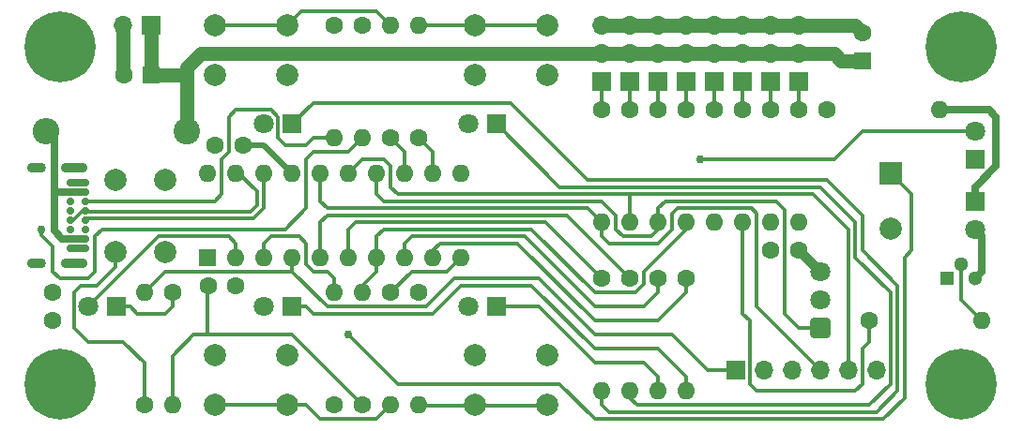
<source format=gbr>
%TF.GenerationSoftware,KiCad,Pcbnew,7.0.2-0*%
%TF.CreationDate,2023-04-26T13:01:35-04:00*%
%TF.ProjectId,UBMP430,55424d50-3433-4302-9e6b-696361645f70,3*%
%TF.SameCoordinates,Original*%
%TF.FileFunction,Copper,L2,Bot*%
%TF.FilePolarity,Positive*%
%FSLAX46Y46*%
G04 Gerber Fmt 4.6, Leading zero omitted, Abs format (unit mm)*
G04 Created by KiCad (PCBNEW 7.0.2-0) date 2023-04-26 13:01:35*
%MOMM*%
%LPD*%
G01*
G04 APERTURE LIST*
G04 Aperture macros list*
%AMRoundRect*
0 Rectangle with rounded corners*
0 $1 Rounding radius*
0 $2 $3 $4 $5 $6 $7 $8 $9 X,Y pos of 4 corners*
0 Add a 4 corners polygon primitive as box body*
4,1,4,$2,$3,$4,$5,$6,$7,$8,$9,$2,$3,0*
0 Add four circle primitives for the rounded corners*
1,1,$1+$1,$2,$3*
1,1,$1+$1,$4,$5*
1,1,$1+$1,$6,$7*
1,1,$1+$1,$8,$9*
0 Add four rect primitives between the rounded corners*
20,1,$1+$1,$2,$3,$4,$5,0*
20,1,$1+$1,$4,$5,$6,$7,0*
20,1,$1+$1,$6,$7,$8,$9,0*
20,1,$1+$1,$8,$9,$2,$3,0*%
G04 Aperture macros list end*
%TA.AperFunction,ComponentPad*%
%ADD10C,1.800000*%
%TD*%
%TA.AperFunction,ComponentPad*%
%ADD11R,1.800000X1.800000*%
%TD*%
%TA.AperFunction,ComponentPad*%
%ADD12R,1.600000X1.600000*%
%TD*%
%TA.AperFunction,ComponentPad*%
%ADD13C,1.600000*%
%TD*%
%TA.AperFunction,ComponentPad*%
%ADD14C,2.400000*%
%TD*%
%TA.AperFunction,ComponentPad*%
%ADD15O,2.400000X2.400000*%
%TD*%
%TA.AperFunction,ComponentPad*%
%ADD16C,6.400000*%
%TD*%
%TA.AperFunction,ComponentPad*%
%ADD17O,1.600000X1.600000*%
%TD*%
%TA.AperFunction,ComponentPad*%
%ADD18C,2.000000*%
%TD*%
%TA.AperFunction,ComponentPad*%
%ADD19R,1.700000X1.700000*%
%TD*%
%TA.AperFunction,ComponentPad*%
%ADD20O,1.700000X1.700000*%
%TD*%
%TA.AperFunction,ComponentPad*%
%ADD21R,1.300000X1.300000*%
%TD*%
%TA.AperFunction,ComponentPad*%
%ADD22C,1.300000*%
%TD*%
%TA.AperFunction,ComponentPad*%
%ADD23C,0.700000*%
%TD*%
%TA.AperFunction,ComponentPad*%
%ADD24O,2.400000X0.900000*%
%TD*%
%TA.AperFunction,ComponentPad*%
%ADD25O,1.700000X0.900000*%
%TD*%
%TA.AperFunction,ComponentPad*%
%ADD26R,2.000000X2.000000*%
%TD*%
%TA.AperFunction,ComponentPad*%
%ADD27RoundRect,0.250200X0.649800X-0.649800X0.649800X0.649800X-0.649800X0.649800X-0.649800X-0.649800X0*%
%TD*%
%TA.AperFunction,ViaPad*%
%ADD28C,0.762000*%
%TD*%
%TA.AperFunction,Conductor*%
%ADD29C,0.635000*%
%TD*%
%TA.AperFunction,Conductor*%
%ADD30C,1.270000*%
%TD*%
%TA.AperFunction,Conductor*%
%ADD31C,0.304800*%
%TD*%
%TA.AperFunction,Conductor*%
%ADD32C,0.889000*%
%TD*%
%TA.AperFunction,Conductor*%
%ADD33C,0.508000*%
%TD*%
G04 APERTURE END LIST*
D10*
%TO.P,Q1,1,C*%
%TO.N,Net-(Q1-C)*%
X187960000Y-93980000D03*
D11*
%TO.P,Q1,2,E*%
%TO.N,GND*%
X187960000Y-96520000D03*
%TD*%
D12*
%TO.P,C1,1*%
%TO.N,+5V*%
X113665000Y-88900000D03*
D13*
%TO.P,C1,2*%
%TO.N,GND*%
X111165000Y-88900000D03*
%TD*%
%TO.P,C4,1*%
%TO.N,GND*%
X104775000Y-111105000D03*
%TO.P,C4,2*%
%TO.N,Net-(J1-SHIELD)*%
X104775000Y-108605000D03*
%TD*%
D10*
%TO.P,D1,1,K*%
%TO.N,Net-(D1-K)*%
X107945000Y-109855000D03*
D11*
%TO.P,D1,2,A*%
%TO.N,Net-(D1-A)*%
X110485000Y-109855000D03*
%TD*%
D10*
%TO.P,D4,1,K*%
%TO.N,GND*%
X142240000Y-109855000D03*
D11*
%TO.P,D4,2,A*%
%TO.N,Net-(D4-A)*%
X144780000Y-109855000D03*
%TD*%
D14*
%TO.P,FB1,1*%
%TO.N,+5V*%
X116840000Y-93980000D03*
D15*
%TO.P,FB1,2*%
%TO.N,Net-(#FLG0103-pwr)*%
X104140000Y-93980000D03*
%TD*%
D16*
%TO.P,MH1,1*%
%TO.N,N/C*%
X105410000Y-86360000D03*
%TD*%
D13*
%TO.P,R6,1*%
%TO.N,Net-(U1-RB7{slash}TX{slash}CK)*%
X135255000Y-108585000D03*
D17*
%TO.P,R6,2*%
%TO.N,Net-(R6-Pad2)*%
X135255000Y-118745000D03*
%TD*%
D13*
%TO.P,R20,1*%
%TO.N,+5V*%
X132715000Y-118745000D03*
D17*
%TO.P,R20,2*%
%TO.N,Net-(Q1-C)*%
X132715000Y-108585000D03*
%TD*%
D18*
%TO.P,SW4,1,1*%
%TO.N,GND*%
X142875000Y-114245000D03*
X149375000Y-114245000D03*
%TO.P,SW4,2,2*%
%TO.N,Net-(R5-Pad2)*%
X142875000Y-118745000D03*
X149375000Y-118745000D03*
%TD*%
D13*
%TO.P,C2,1*%
%TO.N,+5V*%
X118765000Y-107950000D03*
%TO.P,C2,2*%
%TO.N,GND*%
X121265000Y-107950000D03*
%TD*%
%TO.P,C3,1*%
%TO.N,Net-(U1-Vusb3v3)*%
X121900000Y-95250000D03*
%TO.P,C3,2*%
%TO.N,GND*%
X119400000Y-95250000D03*
%TD*%
D10*
%TO.P,D3,1,K*%
%TO.N,GND*%
X142240000Y-93345000D03*
D11*
%TO.P,D3,2,A*%
%TO.N,Net-(D3-A)*%
X144780000Y-93345000D03*
%TD*%
D18*
%TO.P,SW3,1,1*%
%TO.N,GND*%
X149375000Y-88955000D03*
X142875000Y-88955000D03*
%TO.P,SW3,2,2*%
%TO.N,Net-(R4-Pad2)*%
X149375000Y-84455000D03*
X142875000Y-84455000D03*
%TD*%
D13*
%TO.P,R5,1*%
%TO.N,Net-(U1-RB6{slash}SCL{slash}SCK)*%
X137795000Y-108585000D03*
D17*
%TO.P,R5,2*%
%TO.N,Net-(R5-Pad2)*%
X137795000Y-118745000D03*
%TD*%
D16*
%TO.P,MH4,1*%
%TO.N,N/C*%
X105410000Y-116840000D03*
%TD*%
D18*
%TO.P,SW5,1,1*%
%TO.N,GND*%
X119380000Y-114245000D03*
X125880000Y-114245000D03*
%TO.P,SW5,2,2*%
%TO.N,Net-(R6-Pad2)*%
X119380000Y-118745000D03*
X125880000Y-118745000D03*
%TD*%
D13*
%TO.P,R19,1*%
%TO.N,GND*%
X130175000Y-118745000D03*
D17*
%TO.P,R19,2*%
%TO.N,Net-(U1-RA4{slash}AN3{slash}SOSCO{slash}T1G{slash}OSC2{slash}CLKOUT{slash}CLKR)*%
X130175000Y-108585000D03*
%TD*%
D13*
%TO.P,R2,1*%
%TO.N,Net-(D1-A)*%
X115570000Y-108585000D03*
D17*
%TO.P,R2,2*%
%TO.N,+5V*%
X115570000Y-118745000D03*
%TD*%
D12*
%TO.P,U1,1,VDD*%
%TO.N,+5V*%
X118745000Y-105410000D03*
D17*
%TO.P,U1,2,RA5/SOSCI/T1CKI/OSC1/CLKIN*%
%TO.N,Net-(D1-K)*%
X121285000Y-105410000D03*
%TO.P,U1,3,RA4/AN3/SOSCO/T1G/OSC2/CLKOUT/CLKR*%
%TO.N,Net-(U1-RA4{slash}AN3{slash}SOSCO{slash}T1G{slash}OSC2{slash}CLKOUT{slash}CLKR)*%
X123825000Y-105410000D03*
%TO.P,U1,4,RA3/T1G/~{SS}/~{MCLR}/Vpp*%
%TO.N,/Vpp*%
X126365000Y-105410000D03*
%TO.P,U1,5,PWM1/CWG1A/T0CKI/RC5*%
%TO.N,Net-(U1-PWM1{slash}CWG1A{slash}T0CKI{slash}RC5)*%
X128905000Y-105410000D03*
%TO.P,U1,6,CWG1B/C1OUT/C2OUT/RC4*%
%TO.N,Net-(U1-CWG1B{slash}C1OUT{slash}C2OUT{slash}RC4)*%
X131445000Y-105410000D03*
%TO.P,U1,7,CLKR/C1IN3-/C2IN3-/DACOUT2/AN7/RC3*%
%TO.N,Net-(Q1-C)*%
X133985000Y-105410000D03*
%TO.P,U1,8,~{SS}/PWM2/AN8/RC6*%
%TO.N,Net-(U1-~{SS}{slash}PWM2{slash}AN8{slash}RC6)*%
X136525000Y-105410000D03*
%TO.P,U1,9,SDO/AN9/RC7*%
%TO.N,Net-(U1-SDO{slash}AN9{slash}RC7)*%
X139065000Y-105410000D03*
%TO.P,U1,10,RB7/TX/CK*%
%TO.N,Net-(U1-RB7{slash}TX{slash}CK)*%
X141605000Y-105410000D03*
%TO.P,U1,11,RB6/SCL/SCK*%
%TO.N,Net-(U1-RB6{slash}SCL{slash}SCK)*%
X141605000Y-97790000D03*
%TO.P,U1,12,RB5/AN11/RX/DX*%
%TO.N,Net-(U1-RB5{slash}AN11{slash}RX{slash}DX)*%
X139065000Y-97790000D03*
%TO.P,U1,13,RB4/AN10/SDA/SDI*%
%TO.N,Net-(U1-RB4{slash}AN10{slash}SDA{slash}SDI)*%
X136525000Y-97790000D03*
%TO.P,U1,14,C2IN2-/C1IN2-/DACOUT1/AN6/RC2*%
%TO.N,Net-(U1-C2IN2-{slash}C1IN2-{slash}DACOUT1{slash}AN6{slash}RC2)*%
X133985000Y-97790000D03*
%TO.P,U1,15,ICSPCLK/~{CWGFLT}/C2IN-/C1IN-/AN5/RC1*%
%TO.N,Net-(H9-PGC{slash}ICSPCLK)*%
X131445000Y-97790000D03*
%TO.P,U1,16,ICSPDAT/C2IN+/C1IN+/Vref+/AN4/RC0*%
%TO.N,Net-(H9-PGD{slash}ICSPDAT)*%
X128905000Y-97790000D03*
%TO.P,U1,17,Vusb3v3*%
%TO.N,Net-(U1-Vusb3v3)*%
X126365000Y-97790000D03*
%TO.P,U1,18,RA1/D-/ICSPCLK*%
%TO.N,/D-*%
X123825000Y-97790000D03*
%TO.P,U1,19,RA0/D+/ICSPDAT*%
%TO.N,/D+*%
X121285000Y-97790000D03*
%TO.P,U1,20,VSS*%
%TO.N,GND*%
X118745000Y-97790000D03*
%TD*%
D13*
%TO.P,R13,1*%
%TO.N,Net-(H3-Pin_1)*%
X159385000Y-92075000D03*
D17*
%TO.P,R13,2*%
%TO.N,Net-(U1-C2IN2-{slash}C1IN2-{slash}DACOUT1{slash}AN6{slash}RC2)*%
X159385000Y-102235000D03*
%TD*%
D13*
%TO.P,R9,1*%
%TO.N,Net-(U1-~{SS}{slash}PWM2{slash}AN8{slash}RC6)*%
X159385000Y-107315000D03*
D17*
%TO.P,R9,2*%
%TO.N,Net-(D4-A)*%
X159385000Y-117475000D03*
%TD*%
D13*
%TO.P,R8,1*%
%TO.N,Net-(U1-PWM1{slash}CWG1A{slash}T0CKI{slash}RC5)*%
X156845000Y-107315000D03*
D17*
%TO.P,R8,2*%
%TO.N,Net-(D3-A)*%
X156845000Y-117475000D03*
%TD*%
D13*
%TO.P,R14,1*%
%TO.N,Net-(H4-Pin_1)*%
X161925000Y-92075000D03*
D17*
%TO.P,R14,2*%
%TO.N,Net-(Q1-C)*%
X161925000Y-102235000D03*
%TD*%
D13*
%TO.P,R10,1*%
%TO.N,Net-(U1-SDO{slash}AN9{slash}RC7)*%
X161925000Y-107315000D03*
D17*
%TO.P,R10,2*%
%TO.N,Net-(D5-A)*%
X161925000Y-117475000D03*
%TD*%
D13*
%TO.P,R12,1*%
%TO.N,Net-(H2-Pin_1)*%
X156845000Y-92075000D03*
D17*
%TO.P,R12,2*%
%TO.N,Net-(H9-PGC{slash}ICSPCLK)*%
X156845000Y-102235000D03*
%TD*%
D12*
%TO.P,C6,1*%
%TO.N,+5V*%
X177800000Y-87630000D03*
D13*
%TO.P,C6,2*%
%TO.N,GND*%
X177800000Y-85130000D03*
%TD*%
D19*
%TO.P,H2,1,Pin_1*%
%TO.N,Net-(H2-Pin_1)*%
X156845000Y-89535000D03*
D20*
%TO.P,H2,2,Pin_2*%
%TO.N,+5V*%
X156845000Y-86995000D03*
%TO.P,H2,3,Pin_3*%
%TO.N,GND*%
X156845000Y-84455000D03*
%TD*%
D19*
%TO.P,H4,1,Pin_1*%
%TO.N,Net-(H4-Pin_1)*%
X161925000Y-89535000D03*
D20*
%TO.P,H4,2,Pin_2*%
%TO.N,+5V*%
X161925000Y-86995000D03*
%TO.P,H4,3,Pin_3*%
%TO.N,GND*%
X161925000Y-84455000D03*
%TD*%
D19*
%TO.P,H5,1,Pin_1*%
%TO.N,Net-(H5-Pin_1)*%
X164465000Y-89535000D03*
D20*
%TO.P,H5,2,Pin_2*%
%TO.N,+5V*%
X164465000Y-86995000D03*
%TO.P,H5,3,Pin_3*%
%TO.N,GND*%
X164465000Y-84455000D03*
%TD*%
D19*
%TO.P,H6,1,Pin_1*%
%TO.N,Net-(H6-Pin_1)*%
X167005000Y-89535000D03*
D20*
%TO.P,H6,2,Pin_2*%
%TO.N,+5V*%
X167005000Y-86995000D03*
%TO.P,H6,3,Pin_3*%
%TO.N,GND*%
X167005000Y-84455000D03*
%TD*%
D19*
%TO.P,H7,1,Pin_1*%
%TO.N,Net-(H7-Pin_1)*%
X169545000Y-89535000D03*
D20*
%TO.P,H7,2,Pin_2*%
%TO.N,+5V*%
X169545000Y-86995000D03*
%TO.P,H7,3,Pin_3*%
%TO.N,GND*%
X169545000Y-84455000D03*
%TD*%
D19*
%TO.P,H8,1,Pin_1*%
%TO.N,Net-(H8-Pin_1)*%
X172085000Y-89535000D03*
D20*
%TO.P,H8,2,Pin_2*%
%TO.N,+5V*%
X172085000Y-86995000D03*
%TO.P,H8,3,Pin_3*%
%TO.N,GND*%
X172085000Y-84455000D03*
%TD*%
D21*
%TO.P,Q2,1,E*%
%TO.N,GND*%
X185420000Y-107315000D03*
D22*
%TO.P,Q2,2,B*%
%TO.N,Net-(Q2-B)*%
X186690000Y-106045000D03*
%TO.P,Q2,3,C*%
%TO.N,Net-(D6-K)*%
X187960000Y-107315000D03*
%TD*%
D16*
%TO.P,MH2,1*%
%TO.N,N/C*%
X186690000Y-86360000D03*
%TD*%
D13*
%TO.P,R4,1*%
%TO.N,Net-(U1-RB5{slash}AN11{slash}RX{slash}DX)*%
X137795000Y-94615000D03*
D17*
%TO.P,R4,2*%
%TO.N,Net-(R4-Pad2)*%
X137795000Y-84455000D03*
%TD*%
D19*
%TO.P,H3,1,Pin_1*%
%TO.N,Net-(H3-Pin_1)*%
X159385000Y-89535000D03*
D20*
%TO.P,H3,2,Pin_2*%
%TO.N,+5V*%
X159385000Y-86995000D03*
%TO.P,H3,3,Pin_3*%
%TO.N,GND*%
X159385000Y-84455000D03*
%TD*%
D23*
%TO.P,J1,A1,GND*%
%TO.N,GND*%
X107696000Y-98628200D03*
%TO.P,J1,A4,VBUS*%
%TO.N,Net-(#FLG0103-pwr)*%
X107696000Y-99478200D03*
%TO.P,J1,A5,CC1*%
%TO.N,unconnected-(J1-CC1-PadA5)*%
X107696000Y-100328200D03*
%TO.P,J1,A6,D+*%
%TO.N,/D+*%
X107696000Y-101178200D03*
%TO.P,J1,A7,D-*%
%TO.N,/D-*%
X107696000Y-102028200D03*
%TO.P,J1,A8,SBU1*%
%TO.N,unconnected-(J1-SBU1-PadA8)*%
X107696000Y-102878200D03*
%TO.P,J1,A9,VBUS*%
%TO.N,Net-(#FLG0103-pwr)*%
X107696000Y-103728200D03*
%TO.P,J1,A12,GND*%
%TO.N,GND*%
X107696000Y-104578200D03*
%TO.P,J1,B1,GND*%
X106346000Y-104578200D03*
%TO.P,J1,B4,VBUS*%
%TO.N,Net-(#FLG0103-pwr)*%
X106346000Y-103728200D03*
%TO.P,J1,B5,CC2*%
%TO.N,unconnected-(J1-CC2-PadB5)*%
X106346000Y-102878200D03*
%TO.P,J1,B6,D+*%
%TO.N,/D+*%
X106346000Y-102028200D03*
%TO.P,J1,B7,D-*%
%TO.N,/D-*%
X106346000Y-101178200D03*
%TO.P,J1,B8,SBU2*%
%TO.N,unconnected-(J1-SBU2-PadB8)*%
X106346000Y-100328200D03*
%TO.P,J1,B9,VBUS*%
%TO.N,Net-(#FLG0103-pwr)*%
X106346000Y-99478200D03*
%TO.P,J1,B12,GND*%
%TO.N,GND*%
X106346000Y-98628200D03*
D24*
%TO.P,J1,S1,SHIELD*%
%TO.N,Net-(J1-SHIELD)*%
X106716000Y-97278200D03*
D25*
X103336000Y-97278200D03*
D24*
X106716000Y-105928200D03*
D25*
X103336000Y-105928200D03*
%TD*%
D16*
%TO.P,MH3,1*%
%TO.N,N/C*%
X186690000Y-116840000D03*
%TD*%
D13*
%TO.P,R18,1*%
%TO.N,Net-(H8-Pin_1)*%
X172085000Y-92075000D03*
D17*
%TO.P,R18,2*%
%TO.N,Net-(U1-SDO{slash}AN9{slash}RC7)*%
X172085000Y-102235000D03*
%TD*%
D13*
%TO.P,R15,1*%
%TO.N,Net-(H5-Pin_1)*%
X164465000Y-92075000D03*
D17*
%TO.P,R15,2*%
%TO.N,Net-(U1-CWG1B{slash}C1OUT{slash}C2OUT{slash}RC4)*%
X164465000Y-102235000D03*
%TD*%
D13*
%TO.P,R16,1*%
%TO.N,Net-(H6-Pin_1)*%
X167005000Y-92075000D03*
D17*
%TO.P,R16,2*%
%TO.N,Net-(U1-PWM1{slash}CWG1A{slash}T0CKI{slash}RC5)*%
X167005000Y-102235000D03*
%TD*%
D13*
%TO.P,R11,1*%
%TO.N,Net-(H1-Pin_1)*%
X154305000Y-92075000D03*
D17*
%TO.P,R11,2*%
%TO.N,Net-(H9-PGD{slash}ICSPDAT)*%
X154305000Y-102235000D03*
%TD*%
D13*
%TO.P,R17,1*%
%TO.N,Net-(H7-Pin_1)*%
X169545000Y-92075000D03*
D17*
%TO.P,R17,2*%
%TO.N,Net-(U1-~{SS}{slash}PWM2{slash}AN8{slash}RC6)*%
X169545000Y-102235000D03*
%TD*%
D13*
%TO.P,R1,1*%
%TO.N,Net-(R1-Pad1)*%
X113030000Y-118745000D03*
D17*
%TO.P,R1,2*%
%TO.N,/Vpp*%
X113030000Y-108585000D03*
%TD*%
D10*
%TO.P,D5,1,K*%
%TO.N,GND*%
X123825000Y-109855000D03*
D11*
%TO.P,D5,2,A*%
%TO.N,Net-(D5-A)*%
X126365000Y-109855000D03*
%TD*%
D13*
%TO.P,R22,1*%
%TO.N,+5V*%
X174625000Y-92075000D03*
D17*
%TO.P,R22,2*%
%TO.N,Net-(D6-A)*%
X184785000Y-92075000D03*
%TD*%
D26*
%TO.P,LS1,1,1*%
%TO.N,Net-(U1-RA4{slash}AN3{slash}SOSCO{slash}T1G{slash}OSC2{slash}CLKOUT{slash}CLKR)*%
X180340000Y-97790000D03*
D18*
%TO.P,LS1,2,2*%
%TO.N,GND*%
X180340000Y-102790000D03*
%TD*%
D27*
%TO.P,U2,1,OUT*%
%TO.N,Net-(U1-C2IN2-{slash}C1IN2-{slash}DACOUT1{slash}AN6{slash}RC2)*%
X173990000Y-111760000D03*
D10*
%TO.P,U2,2,GND*%
%TO.N,GND*%
X173990000Y-109220000D03*
%TO.P,U2,3,Vs*%
%TO.N,+5V*%
X173990000Y-106680000D03*
%TD*%
D13*
%TO.P,R21,1*%
%TO.N,Net-(U1-PWM1{slash}CWG1A{slash}T0CKI{slash}RC5)*%
X178435000Y-111125000D03*
D17*
%TO.P,R21,2*%
%TO.N,Net-(Q2-B)*%
X188595000Y-111125000D03*
%TD*%
D13*
%TO.P,R7,1*%
%TO.N,Net-(U1-CWG1B{slash}C1OUT{slash}C2OUT{slash}RC4)*%
X154305000Y-107315000D03*
D17*
%TO.P,R7,2*%
%TO.N,Net-(D2-A)*%
X154305000Y-117475000D03*
%TD*%
D19*
%TO.P,H9,1,~{MCLR}/VPP*%
%TO.N,/Vpp*%
X166370000Y-115570000D03*
D20*
%TO.P,H9,2,VDD*%
%TO.N,+5V*%
X168910000Y-115570000D03*
%TO.P,H9,3,VSS*%
%TO.N,GND*%
X171450000Y-115570000D03*
%TO.P,H9,4,PGD/ICSPDAT*%
%TO.N,Net-(H9-PGD{slash}ICSPDAT)*%
X173990000Y-115570000D03*
%TO.P,H9,5,PGC/ICSPCLK*%
%TO.N,Net-(H9-PGC{slash}ICSPCLK)*%
X176530000Y-115570000D03*
%TO.P,H9,6,PGM/LVP*%
%TO.N,unconnected-(H9-PGM{slash}LVP-Pad6)*%
X179070000Y-115570000D03*
%TD*%
D10*
%TO.P,D6,1,K*%
%TO.N,Net-(D6-K)*%
X187960000Y-102870000D03*
D11*
%TO.P,D6,2,A*%
%TO.N,Net-(D6-A)*%
X187960000Y-100330000D03*
%TD*%
D19*
%TO.P,H1,1,Pin_1*%
%TO.N,Net-(H1-Pin_1)*%
X154305000Y-89535000D03*
D20*
%TO.P,H1,2,Pin_2*%
%TO.N,+5V*%
X154305000Y-86995000D03*
%TO.P,H1,3,Pin_3*%
%TO.N,GND*%
X154305000Y-84455000D03*
%TD*%
D13*
%TO.P,C5,1*%
%TO.N,+5V*%
X172045000Y-104775000D03*
%TO.P,C5,2*%
%TO.N,GND*%
X169545000Y-104775000D03*
%TD*%
%TO.P,R3,1*%
%TO.N,Net-(U1-RB4{slash}AN10{slash}SDA{slash}SDI)*%
X135255000Y-94615000D03*
D17*
%TO.P,R3,2*%
%TO.N,Net-(R3-Pad2)*%
X135255000Y-84455000D03*
%TD*%
D10*
%TO.P,D2,1,K*%
%TO.N,GND*%
X123825000Y-93345000D03*
D11*
%TO.P,D2,2,A*%
%TO.N,Net-(D2-A)*%
X126365000Y-93345000D03*
%TD*%
D18*
%TO.P,SW2,1,1*%
%TO.N,GND*%
X125880000Y-88955000D03*
X119380000Y-88955000D03*
%TO.P,SW2,2,2*%
%TO.N,Net-(R3-Pad2)*%
X125880000Y-84455000D03*
X119380000Y-84455000D03*
%TD*%
%TO.P,SW1,1,1*%
%TO.N,GND*%
X114935000Y-98425000D03*
X114935000Y-104925000D03*
%TO.P,SW1,2,2*%
%TO.N,Net-(R1-Pad1)*%
X110435000Y-98425000D03*
X110435000Y-104925000D03*
%TD*%
D19*
%TO.P,BT1,1,+*%
%TO.N,+5V*%
X113665000Y-84455000D03*
D20*
%TO.P,BT1,2,-*%
%TO.N,GND*%
X111125000Y-84455000D03*
%TD*%
D13*
%TO.P,R23,1*%
%TO.N,GND*%
X130175000Y-84455000D03*
D17*
%TO.P,R23,2*%
%TO.N,unconnected-(J1-CC1-PadA5)*%
X130175000Y-94615000D03*
%TD*%
D13*
%TO.P,R24,1*%
%TO.N,GND*%
X132715000Y-84455000D03*
D17*
%TO.P,R24,2*%
%TO.N,unconnected-(J1-CC2-PadB5)*%
X132715000Y-94615000D03*
%TD*%
D28*
%TO.N,unconnected-(J1-CC2-PadB5)*%
X103759000Y-102870000D03*
%TO.N,Net-(U1-RA4{slash}AN3{slash}SOSCO{slash}T1G{slash}OSC2{slash}CLKOUT{slash}CLKR)*%
X131445000Y-112395000D03*
%TO.N,Net-(Q1-C)*%
X163195000Y-96520000D03*
%TD*%
D29*
%TO.N,GND*%
X107696000Y-104578200D02*
X106346000Y-104578200D01*
X107696000Y-98628200D02*
X106346000Y-98628200D01*
D30*
X172085000Y-84455000D02*
X177125000Y-84455000D01*
X111125000Y-84455000D02*
X111125000Y-88860000D01*
D31*
X111125000Y-88860000D02*
X111165000Y-88900000D01*
D30*
X159385000Y-84455000D02*
X161925000Y-84455000D01*
X161925000Y-84455000D02*
X164465000Y-84455000D01*
X164465000Y-84455000D02*
X167005000Y-84455000D01*
X167005000Y-84455000D02*
X169545000Y-84455000D01*
X177125000Y-84455000D02*
X177800000Y-85130000D01*
X154305000Y-84455000D02*
X156845000Y-84455000D01*
X156845000Y-84455000D02*
X159385000Y-84455000D01*
X169545000Y-84455000D02*
X172085000Y-84455000D01*
D31*
%TO.N,+5V*%
X117475000Y-112395000D02*
X115570000Y-114300000D01*
D30*
X116840000Y-88900000D02*
X116840000Y-93980000D01*
X161925000Y-86995000D02*
X159385000Y-86995000D01*
X167005000Y-86995000D02*
X164465000Y-86995000D01*
D31*
X118745000Y-111760000D02*
X118745000Y-112395000D01*
X118745000Y-108585000D02*
X118745000Y-111760000D01*
D30*
X154305000Y-86995000D02*
X118110000Y-86995000D01*
D32*
X172085000Y-104775000D02*
X173990000Y-106680000D01*
D30*
X156845000Y-86995000D02*
X154305000Y-86995000D01*
D31*
X115570000Y-114300000D02*
X115570000Y-118745000D01*
X118745000Y-112395000D02*
X117475000Y-112395000D01*
X126365000Y-112395000D02*
X132715000Y-118745000D01*
D30*
X113665000Y-84455000D02*
X113665000Y-88900000D01*
D29*
X172045000Y-104775000D02*
X172085000Y-104775000D01*
D30*
X175260000Y-86995000D02*
X172085000Y-86995000D01*
X159385000Y-86995000D02*
X156845000Y-86995000D01*
X164465000Y-86995000D02*
X161925000Y-86995000D01*
X118110000Y-86995000D02*
X116840000Y-88265000D01*
X175895000Y-87630000D02*
X177800000Y-87630000D01*
D31*
X118745000Y-112395000D02*
X126365000Y-112395000D01*
D30*
X175260000Y-86995000D02*
X175895000Y-87630000D01*
X172085000Y-86995000D02*
X169545000Y-86995000D01*
X169545000Y-86995000D02*
X167005000Y-86995000D01*
X113665000Y-88900000D02*
X116840000Y-88900000D01*
X116840000Y-88265000D02*
X116840000Y-88900000D01*
D33*
%TO.N,Net-(U1-Vusb3v3)*%
X123825000Y-95250000D02*
X126365000Y-97790000D01*
X121900000Y-95250000D02*
X123825000Y-95250000D01*
D31*
%TO.N,Net-(D1-K)*%
X121285000Y-105410000D02*
X121285000Y-104140000D01*
X120650000Y-103505000D02*
X114300000Y-103505000D01*
X107950000Y-109855000D02*
X107945000Y-109855000D01*
X114300000Y-103505000D02*
X107950000Y-109855000D01*
X121285000Y-104140000D02*
X120650000Y-103505000D01*
%TO.N,Net-(D1-A)*%
X110485000Y-109855000D02*
X111760000Y-109855000D01*
X115570000Y-109855000D02*
X115570000Y-108585000D01*
X111760000Y-109855000D02*
X112395000Y-110490000D01*
X114935000Y-110490000D02*
X115570000Y-109855000D01*
X112395000Y-110490000D02*
X114935000Y-110490000D01*
%TO.N,Net-(D2-A)*%
X154940000Y-119380000D02*
X154305000Y-118745000D01*
X128270000Y-91440000D02*
X146050000Y-91440000D01*
X180975000Y-117475000D02*
X179070000Y-119380000D01*
X179070000Y-119380000D02*
X154940000Y-119380000D01*
X146050000Y-91440000D02*
X153035000Y-98425000D01*
X174625000Y-98425000D02*
X177800000Y-101600000D01*
X154305000Y-118745000D02*
X154305000Y-117475000D01*
X126365000Y-93345000D02*
X128270000Y-91440000D01*
X177800000Y-101600000D02*
X177800000Y-104775000D01*
X153035000Y-98425000D02*
X174625000Y-98425000D01*
X177800000Y-104775000D02*
X180975000Y-107950000D01*
X180975000Y-107950000D02*
X180975000Y-117475000D01*
%TO.N,Net-(D3-A)*%
X157480000Y-118745000D02*
X156845000Y-118110000D01*
X178435000Y-118745000D02*
X157480000Y-118745000D01*
X180340000Y-116840000D02*
X178435000Y-118745000D01*
X144780000Y-93345000D02*
X150495000Y-99060000D01*
X173990000Y-99060000D02*
X177165000Y-102235000D01*
X150495000Y-99060000D02*
X173990000Y-99060000D01*
X180340000Y-108585000D02*
X180340000Y-116840000D01*
X177165000Y-105410000D02*
X180340000Y-108585000D01*
X177165000Y-102235000D02*
X177165000Y-105410000D01*
X156845000Y-118110000D02*
X156845000Y-117475000D01*
%TO.N,Net-(D4-A)*%
X159385000Y-116205000D02*
X159385000Y-117475000D01*
X158115000Y-114935000D02*
X159385000Y-116205000D01*
X153670000Y-114935000D02*
X158115000Y-114935000D01*
X148590000Y-109855000D02*
X153670000Y-114935000D01*
X144780000Y-109855000D02*
X148590000Y-109855000D01*
%TO.N,Net-(D5-A)*%
X128270000Y-110490000D02*
X127635000Y-109855000D01*
X141605000Y-107950000D02*
X139065000Y-110490000D01*
X159385000Y-113665000D02*
X153670000Y-113665000D01*
X127635000Y-109855000D02*
X126365000Y-109855000D01*
X161925000Y-116205000D02*
X159385000Y-113665000D01*
X147955000Y-107950000D02*
X141605000Y-107950000D01*
X139065000Y-110490000D02*
X128270000Y-110490000D01*
X153670000Y-113665000D02*
X147955000Y-107950000D01*
X161925000Y-117475000D02*
X161925000Y-116205000D01*
D29*
%TO.N,Net-(D6-K)*%
X188595000Y-103505000D02*
X188595000Y-106680000D01*
X187960000Y-102870000D02*
X188595000Y-103505000D01*
X188595000Y-106680000D02*
X187960000Y-107315000D01*
D31*
%TO.N,/Vpp*%
X113030000Y-108585000D02*
X114935000Y-106680000D01*
X138430000Y-109855000D02*
X140970000Y-107315000D01*
X126365000Y-106680000D02*
X129540000Y-109855000D01*
X160655000Y-112395000D02*
X163830000Y-115570000D01*
X126365000Y-105410000D02*
X126365000Y-106680000D01*
X140970000Y-107315000D02*
X148590000Y-107315000D01*
X148590000Y-107315000D02*
X153670000Y-112395000D01*
X114935000Y-106680000D02*
X126365000Y-106680000D01*
X163830000Y-115570000D02*
X166370000Y-115570000D01*
X153670000Y-112395000D02*
X160655000Y-112395000D01*
X129540000Y-109855000D02*
X138430000Y-109855000D01*
D29*
%TO.N,Net-(D6-A)*%
X189865000Y-97155000D02*
X187960000Y-99060000D01*
X184785000Y-92075000D02*
X189230000Y-92075000D01*
X189230000Y-92075000D02*
X189865000Y-92710000D01*
X189865000Y-92710000D02*
X189865000Y-97155000D01*
X187960000Y-99060000D02*
X187960000Y-100330000D01*
%TO.N,Net-(#FLG0103-pwr)*%
X106346000Y-103728200D02*
X107696000Y-103728200D01*
X104913800Y-99478200D02*
X104902000Y-99466400D01*
X106346000Y-99478200D02*
X104913800Y-99478200D01*
X106346000Y-99478200D02*
X107696000Y-99478200D01*
X105633200Y-103728200D02*
X106346000Y-103728200D01*
X104140000Y-93980000D02*
X104902000Y-94742000D01*
X104902000Y-102997000D02*
X105633200Y-103728200D01*
X104902000Y-94742000D02*
X104902000Y-99466400D01*
X104902000Y-99466400D02*
X104902000Y-102997000D01*
D31*
%TO.N,Net-(H1-Pin_1)*%
X154305000Y-89535000D02*
X154305000Y-92075000D01*
%TO.N,Net-(H2-Pin_1)*%
X156845000Y-89535000D02*
X156845000Y-92075000D01*
%TO.N,Net-(H3-Pin_1)*%
X159385000Y-89535000D02*
X159385000Y-92075000D01*
%TO.N,Net-(H4-Pin_1)*%
X161925000Y-89535000D02*
X161925000Y-92075000D01*
%TO.N,Net-(R1-Pad1)*%
X107950000Y-113030000D02*
X111125000Y-113030000D01*
X106680000Y-111760000D02*
X107950000Y-113030000D01*
X106680000Y-108585000D02*
X106680000Y-111760000D01*
X110435000Y-104925000D02*
X110435000Y-106258750D01*
X113030000Y-114935000D02*
X113030000Y-118745000D01*
X107315000Y-107950000D02*
X106680000Y-108585000D01*
X110435000Y-106258750D02*
X108743750Y-107950000D01*
X108743750Y-107950000D02*
X107315000Y-107950000D01*
X111125000Y-113030000D02*
X113030000Y-114935000D01*
%TO.N,Net-(R3-Pad2)*%
X133985000Y-83185000D02*
X127150000Y-83185000D01*
X135255000Y-84455000D02*
X133985000Y-83185000D01*
X127150000Y-83185000D02*
X125880000Y-84455000D01*
X125880000Y-84455000D02*
X119380000Y-84455000D01*
%TO.N,Net-(H5-Pin_1)*%
X164465000Y-89535000D02*
X164465000Y-92075000D01*
%TO.N,Net-(R4-Pad2)*%
X137795000Y-84455000D02*
X142875000Y-84455000D01*
X149375000Y-84455000D02*
X142875000Y-84455000D01*
%TO.N,Net-(H6-Pin_1)*%
X167005000Y-89535000D02*
X167005000Y-92075000D01*
%TO.N,Net-(R5-Pad2)*%
X142875000Y-118800000D02*
X138485000Y-118800000D01*
X149375000Y-118800000D02*
X142875000Y-118800000D01*
X138485000Y-118800000D02*
X138430000Y-118745000D01*
%TO.N,Net-(H7-Pin_1)*%
X169545000Y-89535000D02*
X169545000Y-92075000D01*
%TO.N,Net-(R6-Pad2)*%
X119380000Y-118745000D02*
X125880000Y-118745000D01*
X133985000Y-120015000D02*
X135255000Y-118745000D01*
X128905000Y-120015000D02*
X133985000Y-120015000D01*
X125880000Y-118745000D02*
X127635000Y-118745000D01*
X127635000Y-118745000D02*
X128905000Y-120015000D01*
%TO.N,Net-(H8-Pin_1)*%
X172085000Y-89535000D02*
X172085000Y-92075000D01*
%TO.N,Net-(H9-PGD{slash}ICSPDAT)*%
X154305000Y-102235000D02*
X154305000Y-103505000D01*
X128905000Y-97790000D02*
X128905000Y-100330000D01*
X168275000Y-109855000D02*
X172085000Y-113665000D01*
X153035000Y-100965000D02*
X154305000Y-102235000D01*
X129540000Y-100965000D02*
X153035000Y-100965000D01*
X154305000Y-103505000D02*
X154940000Y-104140000D01*
X160655000Y-101417447D02*
X161107447Y-100965000D01*
X172085000Y-113665000D02*
X173990000Y-115570000D01*
X160655000Y-102870000D02*
X160655000Y-101417447D01*
X154940000Y-104140000D02*
X159385000Y-104140000D01*
X168275000Y-101417447D02*
X168275000Y-109855000D01*
X159385000Y-104140000D02*
X160655000Y-102870000D01*
X167822553Y-100965000D02*
X168275000Y-101417447D01*
X128905000Y-100330000D02*
X129540000Y-100965000D01*
X161107447Y-100965000D02*
X167822553Y-100965000D01*
%TO.N,/D+*%
X121539000Y-97790000D02*
X121285000Y-97790000D01*
X122577200Y-101323800D02*
X123190000Y-100711000D01*
X107841600Y-101323800D02*
X122577200Y-101323800D01*
X123190000Y-100711000D02*
X123190000Y-99441000D01*
X107457453Y-101178200D02*
X107696000Y-101178200D01*
X123190000Y-99441000D02*
X121539000Y-97790000D01*
X106607453Y-102028200D02*
X107457453Y-101178200D01*
X106346000Y-102028200D02*
X106607453Y-102028200D01*
X107696000Y-101178200D02*
X107841600Y-101323800D01*
%TO.N,/D-*%
X123825000Y-100965000D02*
X123825000Y-97790000D01*
X107841600Y-101882600D02*
X122907400Y-101882600D01*
X122907400Y-101882600D02*
X123825000Y-100965000D01*
X107696000Y-102028200D02*
X107841600Y-101882600D01*
%TO.N,Net-(H9-PGC{slash}ICSPCLK)*%
X135255000Y-99060000D02*
X135890000Y-99695000D01*
X131445000Y-97790000D02*
X132715000Y-96520000D01*
X134620000Y-96520000D02*
X135255000Y-97155000D01*
X176530000Y-102870000D02*
X176530000Y-115570000D01*
X132715000Y-96520000D02*
X134620000Y-96520000D01*
X156845000Y-99695000D02*
X156845000Y-102235000D01*
X156845000Y-99695000D02*
X135890000Y-99695000D01*
X173355000Y-99695000D02*
X176530000Y-102870000D01*
X135255000Y-97155000D02*
X135255000Y-99060000D01*
X156845000Y-99695000D02*
X173355000Y-99695000D01*
%TO.N,unconnected-(J1-CC1-PadA5)*%
X125730000Y-95250000D02*
X125095000Y-94615000D01*
X128270000Y-94615000D02*
X127635000Y-95250000D01*
X125095000Y-92710000D02*
X124460000Y-92075000D01*
X125095000Y-94615000D02*
X125095000Y-92710000D01*
X127635000Y-95250000D02*
X125730000Y-95250000D01*
X120650000Y-95885000D02*
X120015000Y-96520000D01*
X119380000Y-100330000D02*
X119378200Y-100328200D01*
X119378200Y-100328200D02*
X107696000Y-100328200D01*
X121285000Y-92075000D02*
X120650000Y-92710000D01*
X124460000Y-92075000D02*
X121285000Y-92075000D01*
X120650000Y-92710000D02*
X120650000Y-95885000D01*
X130175000Y-94615000D02*
X128270000Y-94615000D01*
X120015000Y-96520000D02*
X120015000Y-99695000D01*
X120015000Y-99695000D02*
X119380000Y-100330000D01*
%TO.N,unconnected-(J1-CC2-PadB5)*%
X128270000Y-95885000D02*
X131445000Y-95885000D01*
X127635000Y-100965000D02*
X127635000Y-96520000D01*
X103759000Y-102870000D02*
X103759000Y-103441500D01*
X125730000Y-102870000D02*
X127635000Y-100965000D01*
X104775000Y-106680000D02*
X105410000Y-107315000D01*
X104775000Y-104457500D02*
X104775000Y-106680000D01*
X108585000Y-106680000D02*
X108585000Y-103505000D01*
X103759000Y-103441500D02*
X104775000Y-104457500D01*
X127635000Y-96520000D02*
X128270000Y-95885000D01*
X108585000Y-103505000D02*
X109220000Y-102870000D01*
X107950000Y-107315000D02*
X108585000Y-106680000D01*
X109220000Y-102870000D02*
X125730000Y-102870000D01*
X105410000Y-107315000D02*
X107950000Y-107315000D01*
X131445000Y-95885000D02*
X132715000Y-94615000D01*
%TO.N,Net-(U1-RA4{slash}AN3{slash}SOSCO{slash}T1G{slash}OSC2{slash}CLKOUT{slash}CLKR)*%
X131445000Y-112395000D02*
X135890000Y-116840000D01*
X127635000Y-106045000D02*
X128270000Y-106680000D01*
X128270000Y-106680000D02*
X129540000Y-106680000D01*
X127000000Y-103505000D02*
X127635000Y-104140000D01*
X127635000Y-104140000D02*
X127635000Y-106045000D01*
X153670000Y-120015000D02*
X179705000Y-120015000D01*
X123825000Y-105410000D02*
X123825000Y-104140000D01*
X181610000Y-105410000D02*
X182245000Y-104775000D01*
X129540000Y-106680000D02*
X130175000Y-107315000D01*
X150495000Y-116840000D02*
X153670000Y-120015000D01*
X182245000Y-99695000D02*
X180340000Y-97790000D01*
X124460000Y-103505000D02*
X127000000Y-103505000D01*
X130175000Y-107315000D02*
X130175000Y-108585000D01*
X181610000Y-118110000D02*
X181610000Y-105410000D01*
X123825000Y-104140000D02*
X124460000Y-103505000D01*
X182245000Y-104775000D02*
X182245000Y-99695000D01*
X179705000Y-120015000D02*
X181610000Y-118110000D01*
X135890000Y-116840000D02*
X150495000Y-116840000D01*
%TO.N,Net-(Q1-C)*%
X158115000Y-106680000D02*
X161925000Y-102870000D01*
X147955000Y-102870000D02*
X153670000Y-108585000D01*
X175260000Y-96520000D02*
X177800000Y-93980000D01*
X157308366Y-108585000D02*
X158115000Y-107778366D01*
X177800000Y-93980000D02*
X187960000Y-93980000D01*
X153670000Y-108585000D02*
X157308366Y-108585000D01*
X163195000Y-96520000D02*
X175260000Y-96520000D01*
X133985000Y-103505000D02*
X134620000Y-102870000D01*
X132715000Y-107950000D02*
X133985000Y-106680000D01*
X133985000Y-105410000D02*
X133985000Y-103505000D01*
X133985000Y-106680000D02*
X133985000Y-105410000D01*
X161925000Y-102870000D02*
X161925000Y-102235000D01*
X158115000Y-107778366D02*
X158115000Y-106680000D01*
X134620000Y-102870000D02*
X147955000Y-102870000D01*
X132715000Y-108585000D02*
X132715000Y-107950000D01*
%TO.N,Net-(Q2-B)*%
X186690000Y-106045000D02*
X186690000Y-109220000D01*
X186690000Y-109220000D02*
X188595000Y-111125000D01*
%TO.N,Net-(U1-RB4{slash}AN10{slash}SDA{slash}SDI)*%
X136525000Y-95885000D02*
X136525000Y-97790000D01*
X135255000Y-94615000D02*
X136525000Y-95885000D01*
%TO.N,Net-(U1-RB5{slash}AN11{slash}RX{slash}DX)*%
X137795000Y-94615000D02*
X139065000Y-95885000D01*
X139065000Y-95885000D02*
X139065000Y-97790000D01*
%TO.N,Net-(U1-RB7{slash}TX{slash}CK)*%
X140335000Y-106680000D02*
X137160000Y-106680000D01*
X141605000Y-105410000D02*
X140335000Y-106680000D01*
X137160000Y-106680000D02*
X135255000Y-108585000D01*
%TO.N,Net-(U1-CWG1B{slash}C1OUT{slash}C2OUT{slash}RC4)*%
X131445000Y-102870000D02*
X132080000Y-102235000D01*
X149225000Y-102235000D02*
X154305000Y-107315000D01*
X131445000Y-105410000D02*
X131445000Y-102870000D01*
X132080000Y-102235000D02*
X149225000Y-102235000D01*
%TO.N,Net-(U1-PWM1{slash}CWG1A{slash}T0CKI{slash}RC5)*%
X155575000Y-106045000D02*
X156845000Y-107315000D01*
X167005000Y-110490000D02*
X167640000Y-111125000D01*
X168275000Y-117475000D02*
X177165000Y-117475000D01*
X129540000Y-101600000D02*
X151130000Y-101600000D01*
X167640000Y-116840000D02*
X168275000Y-117475000D01*
X128905000Y-102235000D02*
X129540000Y-101600000D01*
X177165000Y-117475000D02*
X177800000Y-116840000D01*
X177800000Y-113665000D02*
X178435000Y-113030000D01*
X177800000Y-116840000D02*
X177800000Y-113665000D01*
X151130000Y-101600000D02*
X155575000Y-106045000D01*
X178435000Y-113030000D02*
X178435000Y-111125000D01*
X167005000Y-102235000D02*
X167005000Y-110490000D01*
X128905000Y-105410000D02*
X128905000Y-102235000D01*
X167640000Y-111125000D02*
X167640000Y-116840000D01*
%TO.N,Net-(U1-~{SS}{slash}PWM2{slash}AN8{slash}RC6)*%
X153670000Y-109855000D02*
X158115000Y-109855000D01*
X137160000Y-103505000D02*
X147320000Y-103505000D01*
X147320000Y-103505000D02*
X153670000Y-109855000D01*
X136525000Y-105410000D02*
X136525000Y-104140000D01*
X136525000Y-104140000D02*
X137160000Y-103505000D01*
X159385000Y-108585000D02*
X159385000Y-107315000D01*
X158115000Y-109855000D02*
X159385000Y-108585000D01*
%TO.N,Net-(U1-SDO{slash}AN9{slash}RC7)*%
X146685000Y-104140000D02*
X153670000Y-111125000D01*
X139065000Y-105410000D02*
X139065000Y-104775000D01*
X161925000Y-108585000D02*
X161925000Y-107315000D01*
X159385000Y-111125000D02*
X161925000Y-108585000D01*
X153670000Y-111125000D02*
X159385000Y-111125000D01*
X139065000Y-104775000D02*
X139700000Y-104140000D01*
X139700000Y-104140000D02*
X146685000Y-104140000D01*
%TO.N,Net-(U1-C2IN2-{slash}C1IN2-{slash}DACOUT1{slash}AN6{slash}RC2)*%
X160020000Y-100330000D02*
X170045053Y-100330000D01*
X155575000Y-101600000D02*
X155575000Y-102870000D01*
X155575000Y-102870000D02*
X156210000Y-103505000D01*
X172085000Y-111760000D02*
X173990000Y-111760000D01*
X134620000Y-100330000D02*
X154305000Y-100330000D01*
X133985000Y-99695000D02*
X134620000Y-100330000D01*
X170045053Y-100330000D02*
X170815000Y-101099947D01*
X159385000Y-102235000D02*
X159385000Y-100965000D01*
X133985000Y-97790000D02*
X133985000Y-99695000D01*
X159385000Y-100965000D02*
X160020000Y-100330000D01*
X154305000Y-100330000D02*
X155575000Y-101600000D01*
X170815000Y-110490000D02*
X172085000Y-111760000D01*
X159385000Y-102870000D02*
X159385000Y-102235000D01*
X156210000Y-103505000D02*
X158750000Y-103505000D01*
X170815000Y-101099947D02*
X170815000Y-110490000D01*
X158750000Y-103505000D02*
X159385000Y-102870000D01*
%TD*%
M02*

</source>
